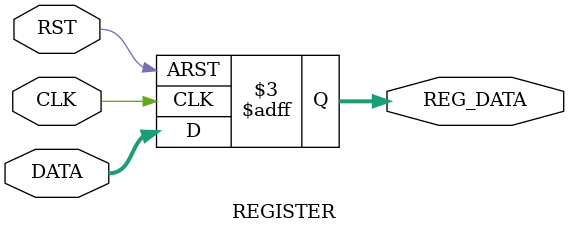
<source format=v>
module REGISTER #(parameter WIDTH=8)(input [WIDTH-1:0] DATA,
input CLK,
input RST,
output reg [WIDTH-1:0] REG_DATA);

always@(posedge CLK or negedge RST)
 begin
	if(!RST)
	 begin
		REG_DATA<='b0;
	 end
	else
	 begin
		REG_DATA<=DATA;
	 end

 end
endmodule

</source>
